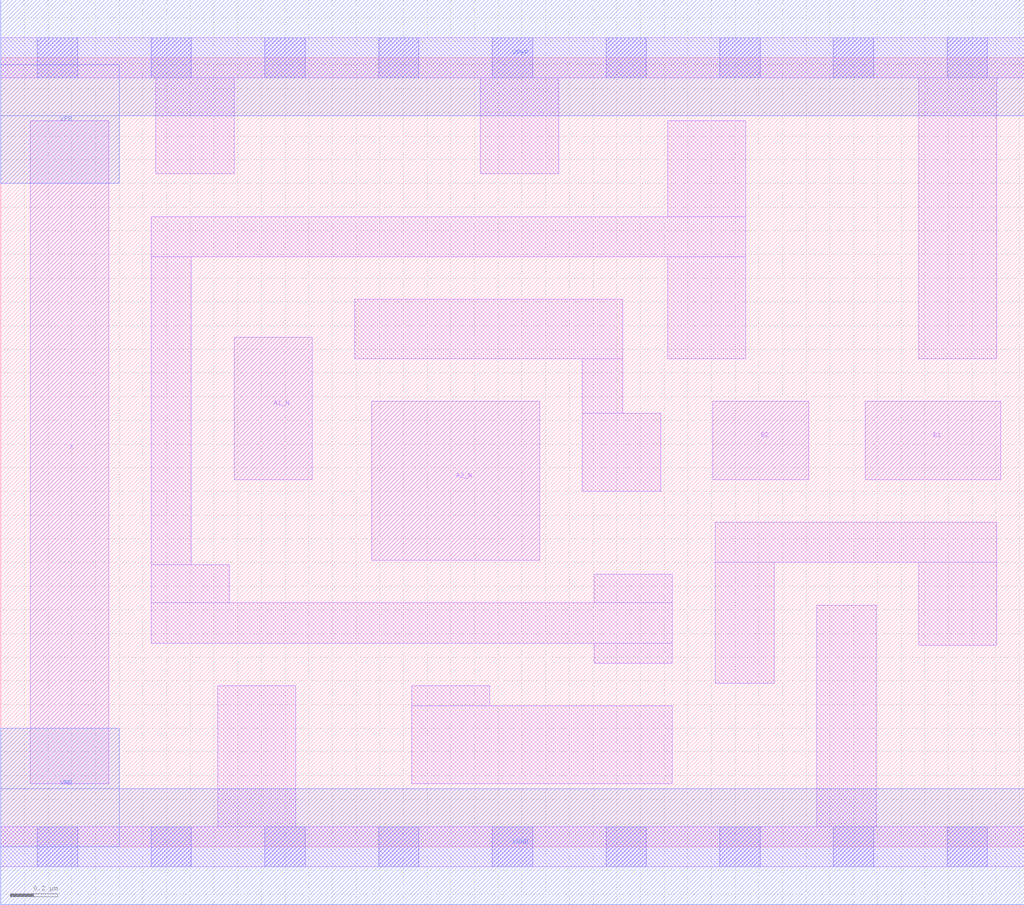
<source format=lef>
# Copyright 2020 The SkyWater PDK Authors
#
# Licensed under the Apache License, Version 2.0 (the "License");
# you may not use this file except in compliance with the License.
# You may obtain a copy of the License at
#
#     https://www.apache.org/licenses/LICENSE-2.0
#
# Unless required by applicable law or agreed to in writing, software
# distributed under the License is distributed on an "AS IS" BASIS,
# WITHOUT WARRANTIES OR CONDITIONS OF ANY KIND, either express or implied.
# See the License for the specific language governing permissions and
# limitations under the License.
#
# SPDX-License-Identifier: Apache-2.0

VERSION 5.5 ;
NAMESCASESENSITIVE ON ;
BUSBITCHARS "[]" ;
DIVIDERCHAR "/" ;
MACRO sky130_fd_sc_lp__o2bb2a_lp
  CLASS CORE ;
  SOURCE USER ;
  ORIGIN  0.000000  0.000000 ;
  SIZE  4.320000 BY  3.330000 ;
  SYMMETRY X Y R90 ;
  SITE unit ;
  PIN A1_N
    ANTENNAGATEAREA  0.313000 ;
    DIRECTION INPUT ;
    USE SIGNAL ;
    PORT
      LAYER li1 ;
        RECT 0.985000 1.550000 1.315000 2.150000 ;
    END
  END A1_N
  PIN A2_N
    ANTENNAGATEAREA  0.313000 ;
    DIRECTION INPUT ;
    USE SIGNAL ;
    PORT
      LAYER li1 ;
        RECT 1.565000 1.210000 2.275000 1.880000 ;
    END
  END A2_N
  PIN B1
    ANTENNAGATEAREA  0.313000 ;
    DIRECTION INPUT ;
    USE SIGNAL ;
    PORT
      LAYER li1 ;
        RECT 3.650000 1.550000 4.220000 1.880000 ;
    END
  END B1
  PIN B2
    ANTENNAGATEAREA  0.313000 ;
    DIRECTION INPUT ;
    USE SIGNAL ;
    PORT
      LAYER li1 ;
        RECT 3.005000 1.550000 3.410000 1.880000 ;
    END
  END B2
  PIN X
    ANTENNADIFFAREA  0.404700 ;
    DIRECTION OUTPUT ;
    USE SIGNAL ;
    PORT
      LAYER li1 ;
        RECT 0.125000 0.265000 0.455000 3.065000 ;
    END
  END X
  PIN VGND
    DIRECTION INOUT ;
    USE GROUND ;
    PORT
      LAYER met1 ;
        RECT 0.000000 -0.245000 4.320000 0.245000 ;
    END
  END VGND
  PIN VNB
    DIRECTION INOUT ;
    USE GROUND ;
    PORT
      LAYER met1 ;
        RECT 0.000000 0.000000 0.500000 0.500000 ;
    END
  END VNB
  PIN VPB
    DIRECTION INOUT ;
    USE POWER ;
    PORT
      LAYER met1 ;
        RECT 0.000000 2.800000 0.500000 3.300000 ;
    END
  END VPB
  PIN VPWR
    DIRECTION INOUT ;
    USE POWER ;
    PORT
      LAYER met1 ;
        RECT 0.000000 3.085000 4.320000 3.575000 ;
    END
  END VPWR
  OBS
    LAYER li1 ;
      RECT 0.000000 -0.085000 4.320000 0.085000 ;
      RECT 0.000000  3.245000 4.320000 3.415000 ;
      RECT 0.635000  0.860000 2.835000 1.030000 ;
      RECT 0.635000  1.030000 0.965000 1.190000 ;
      RECT 0.635000  1.190000 0.805000 2.490000 ;
      RECT 0.635000  2.490000 3.145000 2.660000 ;
      RECT 0.655000  2.840000 0.985000 3.245000 ;
      RECT 0.915000  0.085000 1.245000 0.680000 ;
      RECT 1.495000  2.060000 2.625000 2.310000 ;
      RECT 1.735000  0.265000 2.835000 0.595000 ;
      RECT 1.735000  0.595000 2.065000 0.680000 ;
      RECT 2.025000  2.840000 2.355000 3.245000 ;
      RECT 2.455000  1.500000 2.785000 1.830000 ;
      RECT 2.455000  1.830000 2.625000 2.060000 ;
      RECT 2.505000  0.775000 2.835000 0.860000 ;
      RECT 2.505000  1.030000 2.835000 1.150000 ;
      RECT 2.815000  2.060000 3.145000 2.490000 ;
      RECT 2.815000  2.660000 3.145000 3.065000 ;
      RECT 3.015000  0.690000 3.265000 1.200000 ;
      RECT 3.015000  1.200000 4.205000 1.370000 ;
      RECT 3.445000  0.085000 3.695000 1.020000 ;
      RECT 3.875000  0.850000 4.205000 1.200000 ;
      RECT 3.875000  2.060000 4.205000 3.245000 ;
    LAYER mcon ;
      RECT 0.155000 -0.085000 0.325000 0.085000 ;
      RECT 0.155000  3.245000 0.325000 3.415000 ;
      RECT 0.635000 -0.085000 0.805000 0.085000 ;
      RECT 0.635000  3.245000 0.805000 3.415000 ;
      RECT 1.115000 -0.085000 1.285000 0.085000 ;
      RECT 1.115000  3.245000 1.285000 3.415000 ;
      RECT 1.595000 -0.085000 1.765000 0.085000 ;
      RECT 1.595000  3.245000 1.765000 3.415000 ;
      RECT 2.075000 -0.085000 2.245000 0.085000 ;
      RECT 2.075000  3.245000 2.245000 3.415000 ;
      RECT 2.555000 -0.085000 2.725000 0.085000 ;
      RECT 2.555000  3.245000 2.725000 3.415000 ;
      RECT 3.035000 -0.085000 3.205000 0.085000 ;
      RECT 3.035000  3.245000 3.205000 3.415000 ;
      RECT 3.515000 -0.085000 3.685000 0.085000 ;
      RECT 3.515000  3.245000 3.685000 3.415000 ;
      RECT 3.995000 -0.085000 4.165000 0.085000 ;
      RECT 3.995000  3.245000 4.165000 3.415000 ;
  END
END sky130_fd_sc_lp__o2bb2a_lp

</source>
